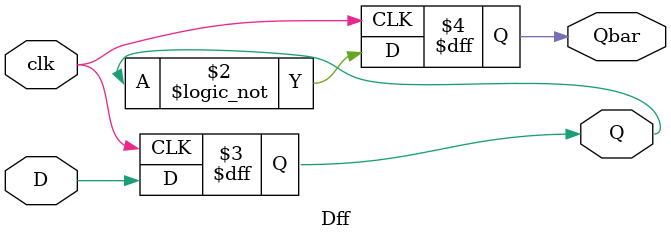
<source format=v>
`timescale 1ns / 1ps

module debouncer(input clk,
                 input sig_in,
                 output btn_valid
);

    wire Q1, Q2, Q2_bar;
    Dff d1(clk, sig_in, Q1);
    Dff d2(clk, Q1, Q2);
    
    assign Q2_bar = ~Q2;
    assign btn_valid = Q1 & Q2_bar;

endmodule

module Dff(input clk,
           input  D,
           output reg Q,
           output reg Qbar
);

    always @(posedge clk) begin
        Q <= D;
        Qbar <= !Q;
    end

endmodule

</source>
